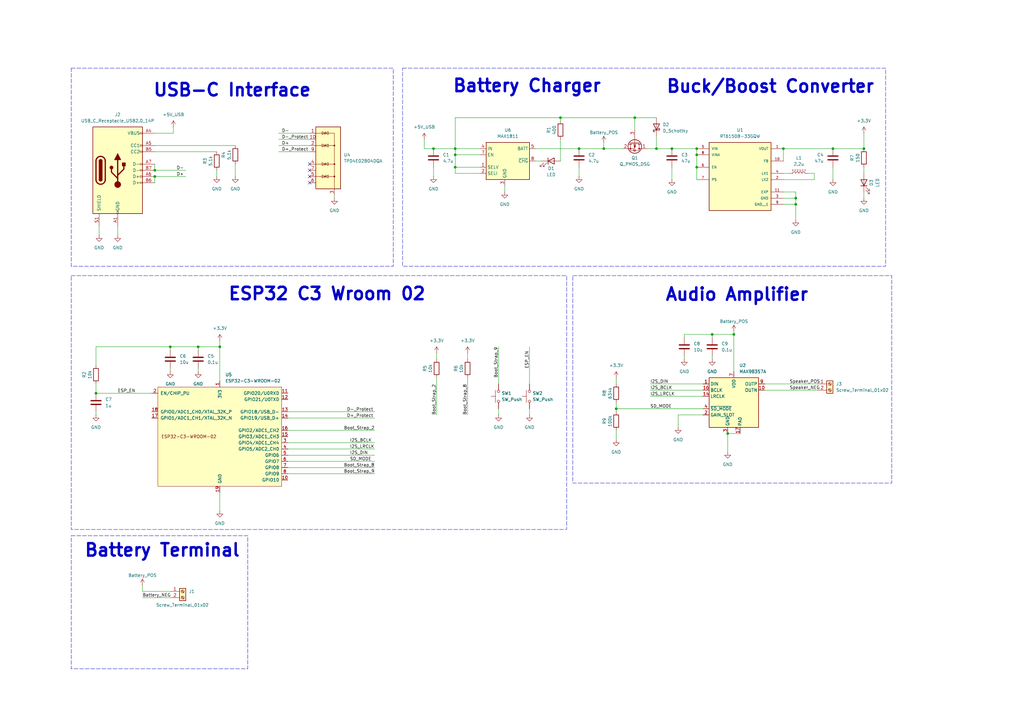
<source format=kicad_sch>
(kicad_sch (version 20231120) (generator "eeschema") (generator_version "8.0")
  (paper "A3")
  (lib_symbols
    (symbol "Audio:MAX98357A"
      (property "Reference" "U" (at -8.89 11.43 0))
      (property "Value" "MAX98357A" (at 10.16 11.43 0))
      (symbol "MAX98357A_1_1"
        (rectangle (start -10.16 10.16) (end 10.16 -10.16) (stroke (width 0.254)) (fill (type background)))
        (pin input line (at -12.7 7.62 0) (length 2.54) (name "DIN") (number "1"))
        (pin output line (at 12.7 5.08 180) (length 2.54) (name "OUTN") (number "10"))
        (pin passive line (at -2.54 -12.7 90) (length 2.54) hide (name "GND") (number "11"))
        (pin no_connect line (at 10.16 -5.08 180) (length 2.54) hide (name "NC") (number "12"))
        (pin no_connect line (at 10.16 -7.62 180) (length 2.54) hide (name "NC") (number "13"))
        (pin input line (at -12.7 2.54 0) (length 2.54) (name "LRCLK") (number "14"))
        (pin passive line (at -2.54 -12.7 90) (length 2.54) hide (name "GND") (number "15"))
        (pin input line (at -12.7 5.08 0) (length 2.54) (name "BCLK") (number "16"))
        (pin unspecified line (at 2.54 -12.7 90) (length 2.54) (name "PAD") (number "17"))
        (pin passive line (at -12.7 -5.08 0) (length 2.54) (name "GAIN_SLOT") (number "2"))
        (pin power_in line (at -2.54 -12.7 90) (length 2.54) (name "GND") (number "3"))
        (pin input line (at -12.7 -2.54 0) (length 2.54) (name "~{SD_MODE}") (number "4"))
        (pin no_connect line (at 10.16 2.54 180) (length 2.54) hide (name "NC") (number "5"))
        (pin no_connect line (at 10.16 0 180) (length 2.54) hide (name "NC") (number "6"))
        (pin power_in line (at 0 12.7 270) (length 2.54) (name "VDD") (number "7"))
        (pin passive line (at 0 12.7 270) (length 2.54) hide (name "VDD") (number "8"))
        (pin output line (at 12.7 7.62 180) (length 2.54) (name "OUTP") (number "9"))
      )
    )
    (symbol "Battery_Management:MAX1811"
      (property "Reference" "U" (at -7.62 8.89 0))
      (property "Value" "MAX1811" (at 10.16 8.89 0))
      (symbol "MAX1811_0_1"
        (rectangle (start -7.62 7.62) (end 10.16 -7.62) (stroke (width 0.254)) (fill (type background)))
      )
      (symbol "MAX1811_1_1"
        (pin input line (at -10.16 -2.54 0) (length 2.54) (name "SELV") (number "1"))
        (pin input line (at -10.16 -5.08 0) (length 2.54) (name "SELI") (number "2"))
        (pin power_in line (at 0 -10.16 90) (length 2.54) (name "GND") (number "3"))
        (pin power_in line (at -10.16 5.08 0) (length 2.54) (name "IN") (number "4"))
        (pin power_out line (at 12.7 5.08 180) (length 2.54) (name "BATT") (number "5"))
        (pin passive line (at 0 -10.16 90) (length 2.54) hide (name "GND") (number "6"))
        (pin input line (at -10.16 2.54 0) (length 2.54) (name "EN") (number "7"))
        (pin open_collector line (at 12.7 0 180) (length 2.54) (name "~{CHG}") (number "8"))
      )
    )
    (symbol "Connector:Screw_Terminal_01x02" (pin_names (offset 1.016) hide)
      (property "Reference" "J" (at 0 2.54 0))
      (property "Value" "Screw_Terminal_01x02" (at 0 -5.08 0))
      (symbol "Screw_Terminal_01x02_1_1"
        (rectangle (start -1.27 1.27) (end 1.27 -3.81) (stroke (width 0.254)) (fill (type background)))
        (circle (center 0 -2.54) (radius 0.635) (stroke (width 0.1524)))
        (polyline (pts (xy -0.5334 -2.2098) (xy 0.3302 -3.048)) (stroke (width 0.1524)))
        (polyline (pts (xy -0.5334 0.3302) (xy 0.3302 -0.508)) (stroke (width 0.1524)))
        (polyline (pts (xy -0.3556 -2.032) (xy 0.508 -2.8702)) (stroke (width 0.1524)))
        (polyline (pts (xy -0.3556 0.508) (xy 0.508 -0.3302)) (stroke (width 0.1524)))
        (circle (center 0 0) (radius 0.635) (stroke (width 0.1524)))
        (pin passive line (at -5.08 0 0) (length 3.81) (name "Pin_1") (number "1"))
        (pin passive line (at -5.08 -2.54 0) (length 3.81) (name "Pin_2") (number "2"))
      )
    )
    (symbol "Connector:USB_C_Receptacle_USB2.0_14P" (pin_names (offset 1.016))
      (property "Reference" "J" (at 0 22.225 0))
      (property "Value" "USB_C_Receptacle_USB2.0_14P" (at 0 19.685 0))
      (symbol "USB_C_Receptacle_USB2.0_14P_0_0"
        (rectangle (start -0.254 -17.78) (end 0.254 -16.764))
        (rectangle (start 10.16 -4.826) (end 9.144 -5.334))
        (rectangle (start 10.16 -2.286) (end 9.144 -2.794))
        (rectangle (start 10.16 0.254) (end 9.144 -0.254))
        (rectangle (start 10.16 2.794) (end 9.144 2.286))
        (rectangle (start 10.16 7.874) (end 9.144 7.366))
        (rectangle (start 10.16 10.414) (end 9.144 9.906))
        (rectangle (start 10.16 15.494) (end 9.144 14.986))
      )
      (symbol "USB_C_Receptacle_USB2.0_14P_0_1"
        (rectangle (start -10.16 17.78) (end 10.16 -17.78) (stroke (width 0.254)) (fill (type background)))
        (arc (start -8.89 -3.81) (mid -6.985 -5.7067) (end -5.08 -3.81) (stroke (width 0.508)))
        (arc (start -7.62 -3.81) (mid -6.985 -4.4423) (end -6.35 -3.81) (stroke (width 0.254)))
        (arc (start -7.62 -3.81) (mid -6.985 -4.4423) (end -6.35 -3.81) (stroke (width 0.254)) (fill (type outline)))
        (rectangle (start -7.62 -3.81) (end -6.35 3.81) (stroke (width 0.254)) (fill (type outline)))
        (arc (start -6.35 3.81) (mid -6.985 4.4423) (end -7.62 3.81) (stroke (width 0.254)))
        (arc (start -6.35 3.81) (mid -6.985 4.4423) (end -7.62 3.81) (stroke (width 0.254)) (fill (type outline)))
        (arc (start -5.08 3.81) (mid -6.985 5.7067) (end -8.89 3.81) (stroke (width 0.508)))
        (circle (center -2.54 1.143) (radius 0.635) (stroke (width 0.254)) (fill (type outline)))
        (circle (center 0 -5.842) (radius 1.27) (fill (type outline)))
        (polyline (pts (xy -8.89 -3.81) (xy -8.89 3.81)) (stroke (width 0.508)))
        (polyline (pts (xy -5.08 3.81) (xy -5.08 -3.81)) (stroke (width 0.508)))
        (polyline (pts (xy 0 -5.842) (xy 0 4.318)) (stroke (width 0.508)))
        (polyline (pts (xy 0 -3.302) (xy -2.54 -0.762) (xy -2.54 0.508)) (stroke (width 0.508)))
        (polyline (pts (xy 0 -2.032) (xy 2.54 0.508) (xy 2.54 1.778)) (stroke (width 0.508)))
        (polyline (pts (xy -1.27 4.318) (xy 0 6.858) (xy 1.27 4.318) (xy -1.27 4.318)) (stroke (width 0.254)) (fill (type outline)))
        (rectangle (start 1.905 1.778) (end 3.175 3.048) (stroke (width 0.254)) (fill (type outline)))
      )
      (symbol "USB_C_Receptacle_USB2.0_14P_1_1"
        (pin passive line (at 0 -22.86 90) (length 5.08) (name "GND") (number "A1"))
        (pin passive line (at 0 -22.86 90) (length 5.08) hide (name "GND") (number "A12"))
        (pin passive line (at 15.24 15.24 180) (length 5.08) (name "VBUS") (number "A4"))
        (pin bidirectional line (at 15.24 10.16 180) (length 5.08) (name "CC1") (number "A5"))
        (pin bidirectional line (at 15.24 -2.54 180) (length 5.08) (name "D+") (number "A6"))
        (pin bidirectional line (at 15.24 2.54 180) (length 5.08) (name "D-") (number "A7"))
        (pin passive line (at 15.24 15.24 180) (length 5.08) hide (name "VBUS") (number "A9"))
        (pin passive line (at 0 -22.86 90) (length 5.08) hide (name "GND") (number "B1"))
        (pin passive line (at 0 -22.86 90) (length 5.08) hide (name "GND") (number "B12"))
        (pin passive line (at 15.24 15.24 180) (length 5.08) hide (name "VBUS") (number "B4"))
        (pin bidirectional line (at 15.24 7.62 180) (length 5.08) (name "CC2") (number "B5"))
        (pin bidirectional line (at 15.24 -5.08 180) (length 5.08) (name "D+") (number "B6"))
        (pin bidirectional line (at 15.24 0 180) (length 5.08) (name "D-") (number "B7"))
        (pin passive line (at 15.24 15.24 180) (length 5.08) hide (name "VBUS") (number "B9"))
        (pin passive line (at -7.62 -22.86 90) (length 5.08) (name "SHIELD") (number "S1"))
      )
    )
    (symbol "Device:C" (pin_numbers hide) (pin_names (offset 0.254))
      (property "Reference" "C" (at 0.635 2.54 0))
      (property "Value" "C" (at 0.635 -2.54 0))
      (symbol "C_0_1"
        (polyline (pts (xy -2.032 -0.762) (xy 2.032 -0.762)) (stroke (width 0.508)))
        (polyline (pts (xy -2.032 0.762) (xy 2.032 0.762)) (stroke (width 0.508)))
      )
      (symbol "C_1_1"
        (pin passive line (at 0 3.81 270) (length 2.794) (name "~") (number "1"))
        (pin passive line (at 0 -3.81 90) (length 2.794) (name "~") (number "2"))
      )
    )
    (symbol "Device:D_Schottky" (pin_numbers hide) (pin_names (offset 1.016) hide)
      (property "Reference" "D" (at 0 2.54 0))
      (property "Value" "D_Schottky" (at 0 -2.54 0))
      (symbol "D_Schottky_0_1"
        (polyline (pts (xy 1.27 0) (xy -1.27 0)))
        (polyline (pts (xy 1.27 1.27) (xy 1.27 -1.27) (xy -1.27 0) (xy 1.27 1.27)) (stroke (width 0.254)))
        (polyline (pts (xy -1.905 0.635) (xy -1.905 1.27) (xy -1.27 1.27) (xy -1.27 -1.27) (xy -0.635 -1.27) (xy -0.635 -0.635)) (stroke (width 0.254)))
      )
      (symbol "D_Schottky_1_1"
        (pin passive line (at -3.81 0 0) (length 2.54) (name "K") (number "1"))
        (pin passive line (at 3.81 0 180) (length 2.54) (name "A") (number "2"))
      )
    )
    (symbol "Device:LED" (pin_numbers hide) (pin_names (offset 1.016) hide)
      (property "Reference" "D" (at 0 2.54 0))
      (property "Value" "LED" (at 0 -2.54 0))
      (symbol "LED_0_1"
        (polyline (pts (xy -1.27 -1.27) (xy -1.27 1.27)) (stroke (width 0.254)))
        (polyline (pts (xy -1.27 0) (xy 1.27 0)))
        (polyline (pts (xy 1.27 -1.27) (xy 1.27 1.27) (xy -1.27 0) (xy 1.27 -1.27)) (stroke (width 0.254)))
        (polyline (pts (xy -3.048 -0.762) (xy -4.572 -2.286) (xy -3.81 -2.286) (xy -4.572 -2.286) (xy -4.572 -1.524)))
        (polyline (pts (xy -1.778 -0.762) (xy -3.302 -2.286) (xy -2.54 -2.286) (xy -3.302 -2.286) (xy -3.302 -1.524)))
      )
      (symbol "LED_1_1"
        (pin passive line (at -3.81 0 0) (length 2.54) (name "K") (number "1"))
        (pin passive line (at 3.81 0 180) (length 2.54) (name "A") (number "2"))
      )
    )
    (symbol "Device:L_Ferrite" (pin_numbers hide) (pin_names (offset 1.016) hide)
      (property "Reference" "L" (at -1.27 0 90))
      (property "Value" "L_Ferrite" (at 2.794 0 90))
      (symbol "L_Ferrite_0_1"
        (arc (start 0 -2.54) (mid 0.6323 -1.905) (end 0 -1.27))
        (arc (start 0 -1.27) (mid 0.6323 -0.635) (end 0 0))
        (polyline (pts (xy 1.016 -2.794) (xy 1.016 -2.286)))
        (polyline (pts (xy 1.016 -1.778) (xy 1.016 -1.27)))
        (polyline (pts (xy 1.016 -0.762) (xy 1.016 -0.254)))
        (polyline (pts (xy 1.016 0.254) (xy 1.016 0.762)))
        (polyline (pts (xy 1.016 1.27) (xy 1.016 1.778)))
        (polyline (pts (xy 1.016 2.286) (xy 1.016 2.794)))
        (polyline (pts (xy 1.524 -2.286) (xy 1.524 -2.794)))
        (polyline (pts (xy 1.524 -1.27) (xy 1.524 -1.778)))
        (polyline (pts (xy 1.524 -0.254) (xy 1.524 -0.762)))
        (polyline (pts (xy 1.524 0.762) (xy 1.524 0.254)))
        (polyline (pts (xy 1.524 1.778) (xy 1.524 1.27)))
        (polyline (pts (xy 1.524 2.794) (xy 1.524 2.286)))
        (arc (start 0 0) (mid 0.6323 0.635) (end 0 1.27))
        (arc (start 0 1.27) (mid 0.6323 1.905) (end 0 2.54))
      )
      (symbol "L_Ferrite_1_1"
        (pin passive line (at 0 3.81 270) (length 1.27) (name "1") (number "1"))
        (pin passive line (at 0 -3.81 90) (length 1.27) (name "2") (number "2"))
      )
    )
    (symbol "Device:Q_PMOS_DSG" (pin_names (offset 0) hide)
      (property "Reference" "Q" (at 5.08 1.27 0))
      (property "Value" "Q_PMOS_DSG" (at 5.08 -1.27 0))
      (symbol "Q_PMOS_DSG_0_1"
        (polyline (pts (xy 0.254 0) (xy -2.54 0)))
        (polyline (pts (xy 0.254 1.905) (xy 0.254 -1.905)) (stroke (width 0.254)))
        (polyline (pts (xy 0.762 -1.27) (xy 0.762 -2.286)) (stroke (width 0.254)))
        (polyline (pts (xy 0.762 0.508) (xy 0.762 -0.508)) (stroke (width 0.254)))
        (polyline (pts (xy 0.762 2.286) (xy 0.762 1.27)) (stroke (width 0.254)))
        (polyline (pts (xy 2.54 2.54) (xy 2.54 1.778)))
        (polyline (pts (xy 2.54 -2.54) (xy 2.54 0) (xy 0.762 0)))
        (polyline (pts (xy 0.762 1.778) (xy 3.302 1.778) (xy 3.302 -1.778) (xy 0.762 -1.778)))
        (polyline (pts (xy 2.286 0) (xy 1.27 0.381) (xy 1.27 -0.381) (xy 2.286 0)) (fill (type outline)))
        (polyline (pts (xy 2.794 -0.508) (xy 2.921 -0.381) (xy 3.683 -0.381) (xy 3.81 -0.254)))
        (polyline (pts (xy 3.302 -0.381) (xy 2.921 0.254) (xy 3.683 0.254) (xy 3.302 -0.381)))
        (circle (center 1.651 0) (radius 2.794) (stroke (width 0.254)))
        (circle (center 2.54 -1.778) (radius 0.254) (fill (type outline)))
        (circle (center 2.54 1.778) (radius 0.254) (fill (type outline)))
      )
      (symbol "Q_PMOS_DSG_1_1"
        (pin passive line (at 2.54 5.08 270) (length 2.54) (name "D") (number "1"))
        (pin passive line (at 2.54 -5.08 90) (length 2.54) (name "S") (number "2"))
        (pin input line (at -5.08 0 0) (length 2.54) (name "G") (number "3"))
      )
    )
    (symbol "Device:R" (pin_numbers hide) (pin_names (offset 0))
      (property "Reference" "R" (at 2.032 0 90))
      (property "Value" "R" (at 0 0 90))
      (symbol "R_0_1"
        (rectangle (start -1.016 -2.54) (end 1.016 2.54) (stroke (width 0.254)))
      )
      (symbol "R_1_1"
        (pin passive line (at 0 3.81 270) (length 1.27) (name "~") (number "1"))
        (pin passive line (at 0 -3.81 90) (length 1.27) (name "~") (number "2"))
      )
    )
    (symbol "PCM_Espressif:ESP32-C3-WROOM-02" (pin_names (offset 1.016))
      (property "Reference" "U" (at -25.4 25.4 0))
      (property "Value" "ESP32-C3-WROOM-02" (at -25.4 22.86 0))
      (symbol "ESP32-C3-WROOM-02_0_0"
        (text "ESP32-C3-WROOM-02" (at -12.7 0 0) (effects (font (size 1.27 1.27))))
      )
      (symbol "ESP32-C3-WROOM-02_0_1"
        (rectangle (start 25.4 20.32) (end -25.4 -20.32) (fill (type background)))
      )
      (symbol "ESP32-C3-WROOM-02_1_1"
        (pin power_in line (at 0 22.86 270) (length 2.54) (name "3V3") (number "1"))
        (pin bidirectional line (at 27.94 -17.78 180) (length 2.54) (name "GPIO10") (number "10"))
        (pin bidirectional line (at 27.94 17.78 180) (length 2.54) (name "GPIO20/U0RXD") (number "11"))
        (pin bidirectional line (at 27.94 15.24 180) (length 2.54) (name "GPIO21/U0TXD") (number "12"))
        (pin bidirectional line (at 27.94 10.16 180) (length 2.54) (name "GPIO18/USB_D-") (number "13"))
        (pin bidirectional line (at 27.94 7.62 180) (length 2.54) (name "GPIO19/USB_D+") (number "14"))
        (pin bidirectional line (at 27.94 0 180) (length 2.54) (name "GPIO3/ADC1_CH3") (number "15"))
        (pin bidirectional line (at 27.94 2.54 180) (length 2.54) (name "GPIO2/ADC1_CH2") (number "16"))
        (pin bidirectional line (at -27.94 7.62 0) (length 2.54) (name "GPIO1/ADC1_CH1/XTAL_32K_N") (number "17"))
        (pin bidirectional line (at -27.94 10.16 0) (length 2.54) (name "GPIO0/ADC1_CH0/XTAL_32K_P") (number "18"))
        (pin power_in line (at 0 -22.86 90) (length 2.54) (name "GND") (number "19"))
        (pin input line (at -27.94 17.78 0) (length 2.54) (name "EN/CHIP_PU") (number "2"))
        (pin bidirectional line (at 27.94 -2.54 180) (length 2.54) (name "GPIO4/ADC1_CH4") (number "3"))
        (pin bidirectional line (at 27.94 -5.08 180) (length 2.54) (name "GPIO5/ADC2_CH0") (number "4"))
        (pin bidirectional line (at 27.94 -7.62 180) (length 2.54) (name "GPIO6") (number "5"))
        (pin bidirectional line (at 27.94 -10.16 180) (length 2.54) (name "GPIO7") (number "6"))
        (pin bidirectional line (at 27.94 -12.7 180) (length 2.54) (name "GPIO8") (number "7"))
        (pin bidirectional line (at 27.94 -15.24 180) (length 2.54) (name "GPIO9") (number "8"))
        (pin passive line (at 0 -22.86 90) (length 2.54) hide (name "GND") (number "9"))
      )
    )
    (symbol "Power_Protection:TPD4E02B04DQA" (pin_names hide)
      (property "Reference" "U" (at 2.54 -11.43 0))
      (property "Value" "TPD4E02B04DQA" (at 7.62 1.905 0))
      (symbol "TPD4E02B04DQA_0_0"
        (pin passive line (at 2.54 -15.24 90) (length 2.54) (name "G") (number "3"))
      )
      (symbol "TPD4E02B04DQA_0_1"
        (rectangle (start -5.08 12.7) (end 5.08 -12.7) (stroke (width 0.254)) (fill (type background)))
        (polyline (pts (xy -5.08 -7.62) (xy 2.54 -7.62)))
        (polyline (pts (xy -5.08 -2.54) (xy 2.54 -2.54)))
        (polyline (pts (xy -5.08 5.08) (xy 2.54 5.08)))
        (polyline (pts (xy -5.08 10.16) (xy 2.54 10.16)))
        (polyline (pts (xy 2.54 10.16) (xy 2.54 -12.7)) (stroke (width 0.1524)))
        (polyline (pts (xy -1.27 -7.62) (xy 0 -8.255) (xy 0 -6.985) (xy -1.27 -7.62)))
        (polyline (pts (xy -1.27 -2.54) (xy 0 -3.175) (xy 0 -1.905) (xy -1.27 -2.54)))
        (polyline (pts (xy -1.27 5.08) (xy 0 4.445) (xy 0 5.715) (xy -1.27 5.08)))
        (polyline (pts (xy -1.27 10.16) (xy 0 9.525) (xy 0 10.795) (xy -1.27 10.16)))
        (circle (center 2.54 -7.62) (radius 0.254) (fill (type outline)))
        (circle (center 2.54 -2.54) (radius 0.254) (fill (type outline)))
        (circle (center 2.54 5.08) (radius 0.254) (fill (type outline)))
      )
      (symbol "TPD4E02B04DQA_1_1"
        (polyline (pts (xy -1.524 -8.255) (xy -1.27 -8.001) (xy -1.27 -7.239) (xy -1.016 -6.985)))
        (polyline (pts (xy -1.524 -3.175) (xy -1.27 -2.921) (xy -1.27 -2.159) (xy -1.016 -1.905)))
        (polyline (pts (xy -1.524 4.445) (xy -1.27 4.699) (xy -1.27 5.461) (xy -1.016 5.715)))
        (polyline (pts (xy -1.524 9.525) (xy -1.27 9.779) (xy -1.27 10.541) (xy -1.016 10.795)))
        (polyline (pts (xy -1.27 -7.62) (xy -2.54 -8.255) (xy -2.54 -6.985) (xy -1.27 -7.62)))
        (polyline (pts (xy -1.27 -2.54) (xy -2.54 -3.175) (xy -2.54 -1.905) (xy -1.27 -2.54)))
        (polyline (pts (xy -1.27 5.08) (xy -2.54 4.445) (xy -2.54 5.715) (xy -1.27 5.08)))
        (polyline (pts (xy -1.27 10.16) (xy -2.54 9.525) (xy -2.54 10.795) (xy -1.27 10.16)))
        (pin passive line (at -7.62 10.16 0) (length 2.54) (name "IO1") (number "1"))
        (pin free line (at -7.62 7.62 0) (length 2.54) (name "NC") (number "10"))
        (pin passive line (at -7.62 5.08 0) (length 2.54) (name "IO2") (number "2"))
        (pin passive line (at -7.62 -2.54 0) (length 2.54) (name "IO3") (number "4"))
        (pin passive line (at -7.62 -7.62 0) (length 2.54) (name "IO4") (number "5"))
        (pin free line (at -7.62 -10.16 0) (length 2.54) (name "NC") (number "6"))
        (pin free line (at -7.62 -5.08 0) (length 2.54) (name "NC") (number "7"))
        (pin passive line (at 2.54 -15.24 90) (length 2.54) hide (name "G") (number "8"))
        (pin free line (at -7.62 2.54 0) (length 2.54) (name "NC") (number "9"))
      )
    )
    (symbol "RT6150B-33GQW:RT6150B-33GQW" (pin_names (offset 1.016))
      (property "Reference" "U" (at -12.7 13.208 0))
      (property "Value" "RT6150B-33GQW" (at -12.7 -17.78 0))
      (symbol "RT6150B-33GQW_0_0"
        (rectangle (start -12.7 -15.24) (end 12.7 12.7) (stroke (width 0.254)) (fill (type background)))
        (pin output line (at 17.78 10.16 180) (length 5.08) (name "VOUT") (number "1"))
        (pin input line (at 17.78 5.08 180) (length 5.08) (name "FB") (number "10"))
        (pin power_in line (at 17.78 -7.62 180) (length 5.08) (name "EXP") (number "11"))
        (pin passive line (at 17.78 -2.54 180) (length 5.08) (name "LX2") (number "2"))
        (pin power_in line (at 17.78 -10.16 180) (length 5.08) (name "GND") (number "3"))
        (pin passive line (at 17.78 0 180) (length 5.08) (name "LX1") (number "4"))
        (pin input line (at -17.78 10.16 0) (length 5.08) (name "VIN") (number "5"))
        (pin input line (at -17.78 2.54 0) (length 5.08) (name "EN") (number "6"))
        (pin input line (at -17.78 -2.54 0) (length 5.08) (name "PS") (number "7"))
        (pin input line (at -17.78 7.62 0) (length 5.08) (name "VINA") (number "8"))
        (pin power_in line (at 17.78 -12.7 180) (length 5.08) (name "GND__1") (number "9"))
      )
    )
    (symbol "Switch:SW_Push" (pin_numbers hide) (pin_names (offset 1.016) hide)
      (property "Reference" "SW" (at 1.27 2.54 0))
      (property "Value" "SW_Push" (at 0 -1.524 0))
      (symbol "SW_Push_0_1"
        (circle (center -2.032 0) (radius 0.508))
        (polyline (pts (xy 0 1.27) (xy 0 3.048)))
        (polyline (pts (xy 2.54 1.27) (xy -2.54 1.27)))
        (circle (center 2.032 0) (radius 0.508))
        (pin passive line (at -5.08 0 0) (length 2.54) (name "1") (number "1"))
        (pin passive line (at 5.08 0 180) (length 2.54) (name "2") (number "2"))
      )
    )
    (symbol "power:+3.3V" (power) (pin_numbers hide) (pin_names (offset 0) hide)
      (property "Value" "+3.3V" (at 0 3.556 0))
      (symbol "+3.3V_0_1"
        (polyline (pts (xy -0.762 1.27) (xy 0 2.54)))
        (polyline (pts (xy 0 0) (xy 0 2.54)))
        (polyline (pts (xy 0 2.54) (xy 0.762 1.27)))
      )
      (symbol "+3.3V_1_1"
        (pin power_in line (at 0 0 90) (length 0) (name "~") (number "1"))
      )
    )
    (symbol "power:+3V8" (power) (pin_numbers hide) (pin_names (offset 0) hide)
      (property "Value" "+3V8" (at 0 3.556 0))
      (symbol "+3V8_0_1"
        (polyline (pts (xy -0.762 1.27) (xy 0 2.54)))
        (polyline (pts (xy 0 0) (xy 0 2.54)))
        (polyline (pts (xy 0 2.54) (xy 0.762 1.27)))
      )
      (symbol "+3V8_1_1"
        (pin power_in line (at 0 0 90) (length 0) (name "~") (number "1"))
      )
    )
    (symbol "power:+5V" (power) (pin_numbers hide) (pin_names (offset 0) hide)
      (property "Value" "+5V" (at 0 3.556 0))
      (symbol "+5V_0_1"
        (polyline (pts (xy -0.762 1.27) (xy 0 2.54)))
        (polyline (pts (xy 0 0) (xy 0 2.54)))
        (polyline (pts (xy 0 2.54) (xy 0.762 1.27)))
      )
      (symbol "+5V_1_1"
        (pin power_in line (at 0 0 90) (length 0) (name "~") (number "1"))
      )
    )
    (symbol "power:GND" (power) (pin_numbers hide) (pin_names (offset 0) hide)
      (property "Value" "GND" (at 0 -3.81 0))
      (symbol "GND_0_1"
        (polyline (pts (xy 0 0) (xy 0 -1.27) (xy 1.27 -1.27) (xy 0 -2.54) (xy -1.27 -1.27) (xy 0 -1.27)))
      )
      (symbol "GND_1_1"
        (pin power_in line (at 0 0 270) (length 0) (name "~") (number "1"))
      )
    )
  )
  (junction (at 285.75 63.5))
  (junction (at 285.75 68.58))
  (junction (at 39.37 161.29))
  (junction (at 252.73 167.64))
  (junction (at 90.17 142.24))
  (junction (at 292.1 137.16))
  (junction (at 229.87 48.26))
  (junction (at 298.45 177.8))
  (junction (at 186.69 63.5))
  (junction (at 81.28 142.24))
  (junction (at 269.24 60.96))
  (junction (at 186.69 60.96))
  (junction (at 63.5 72.39))
  (junction (at 186.69 68.58))
  (junction (at 300.99 137.16))
  (junction (at 321.31 60.96))
  (junction (at 326.39 83.82))
  (junction (at 275.59 60.96))
  (junction (at 260.35 48.26))
  (junction (at 326.39 81.28))
  (junction (at 354.33 60.96))
  (junction (at 285.75 60.96))
  (junction (at 247.65 60.96))
  (junction (at 177.8 60.96))
  (junction (at 237.49 60.96))
  (junction (at 63.5 69.85))
  (junction (at 341.63 60.96))
  (junction (at 69.85 142.24))
  (no_connect (at 127 67.31))
  (no_connect (at 127 74.93))
  (no_connect (at 127 72.39))
  (no_connect (at 127 69.85))
  (wire (pts (xy 191.77 144.78) (xy 191.77 147.32)))
  (wire (pts (xy 285.75 68.58) (xy 285.75 73.66)))
  (wire (pts (xy 265.43 60.96) (xy 269.24 60.96)))
  (wire (pts (xy 269.24 60.96) (xy 275.59 60.96)))
  (wire (pts (xy 81.28 151.13) (xy 81.28 152.4)))
  (wire (pts (xy 191.77 154.94) (xy 191.77 170.18)))
  (wire (pts (xy 63.5 72.39) (xy 63.5 74.93)))
  (wire (pts (xy 69.85 142.24) (xy 39.37 142.24)))
  (wire (pts (xy 252.73 176.53) (xy 252.73 180.34)))
  (wire (pts (xy 275.59 60.96) (xy 285.75 60.96)))
  (wire (pts (xy 39.37 157.48) (xy 39.37 161.29)))
  (wire (pts (xy 118.11 171.45) (xy 153.67 171.45)))
  (wire (pts (xy 114.3 59.69) (xy 127 59.69)))
  (wire (pts (xy 298.45 177.8) (xy 298.45 185.42)))
  (wire (pts (xy 58.42 245.11) (xy 69.85 245.11)))
  (wire (pts (xy 90.17 142.24) (xy 90.17 156.21)))
  (wire (pts (xy 81.28 142.24) (xy 81.28 143.51)))
  (wire (pts (xy 114.3 57.15) (xy 127 57.15)))
  (wire (pts (xy 354.33 78.74) (xy 354.33 81.28)))
  (wire (pts (xy 275.59 68.58) (xy 275.59 73.66)))
  (wire (pts (xy 173.99 60.96) (xy 173.99 57.15)))
  (wire (pts (xy 39.37 168.91) (xy 39.37 170.18)))
  (wire (pts (xy 58.42 240.03) (xy 58.42 242.57)))
  (wire (pts (xy 63.5 69.85) (xy 76.2 69.85)))
  (wire (pts (xy 48.26 92.71) (xy 48.26 96.52)))
  (wire (pts (xy 118.11 176.53) (xy 153.67 176.53)))
  (wire (pts (xy 313.69 160.02) (xy 335.28 160.02)))
  (wire (pts (xy 278.13 170.18) (xy 278.13 175.26)))
  (wire (pts (xy 186.69 68.58) (xy 196.85 68.58)))
  (wire (pts (xy 252.73 154.94) (xy 252.73 157.48)))
  (wire (pts (xy 118.11 168.91) (xy 153.67 168.91)))
  (wire (pts (xy 88.9 69.85) (xy 88.9 72.39)))
  (wire (pts (xy 331.47 71.12) (xy 334.01 71.12)))
  (wire (pts (xy 237.49 68.58) (xy 237.49 72.39)))
  (wire (pts (xy 247.65 58.42) (xy 247.65 60.96)))
  (wire (pts (xy 321.31 60.96) (xy 321.31 66.04)))
  (wire (pts (xy 217.17 167.64) (xy 217.17 170.18)))
  (wire (pts (xy 63.5 62.23) (xy 88.9 62.23)))
  (wire (pts (xy 177.8 60.96) (xy 186.69 60.96)))
  (wire (pts (xy 260.35 48.26) (xy 269.24 48.26)))
  (wire (pts (xy 298.45 177.8) (xy 303.53 177.8)))
  (wire (pts (xy 118.11 186.69) (xy 153.67 186.69)))
  (wire (pts (xy 300.99 135.89) (xy 300.99 137.16)))
  (wire (pts (xy 69.85 142.24) (xy 69.85 143.51)))
  (wire (pts (xy 40.64 92.71) (xy 40.64 96.52)))
  (wire (pts (xy 237.49 60.96) (xy 247.65 60.96)))
  (wire (pts (xy 39.37 161.29) (xy 62.23 161.29)))
  (wire (pts (xy 196.85 60.96) (xy 186.69 60.96)))
  (wire (pts (xy 321.31 83.82) (xy 326.39 83.82)))
  (wire (pts (xy 321.31 81.28) (xy 326.39 81.28)))
  (wire (pts (xy 313.69 157.48) (xy 335.28 157.48)))
  (wire (pts (xy 179.07 144.78) (xy 179.07 147.32)))
  (wire (pts (xy 207.01 76.2) (xy 207.01 78.74)))
  (wire (pts (xy 354.33 54.61) (xy 354.33 60.96)))
  (wire (pts (xy 229.87 48.26) (xy 260.35 48.26)))
  (wire (pts (xy 179.07 154.94) (xy 179.07 170.18)))
  (wire (pts (xy 260.35 48.26) (xy 260.35 53.34)))
  (wire (pts (xy 341.63 68.58) (xy 341.63 73.66)))
  (wire (pts (xy 341.63 60.96) (xy 354.33 60.96)))
  (wire (pts (xy 219.71 66.04) (xy 222.25 66.04)))
  (wire (pts (xy 58.42 242.57) (xy 69.85 242.57)))
  (wire (pts (xy 69.85 151.13) (xy 69.85 152.4)))
  (wire (pts (xy 326.39 78.74) (xy 326.39 81.28)))
  (wire (pts (xy 118.11 194.31) (xy 153.67 194.31)))
  (wire (pts (xy 321.31 60.96) (xy 341.63 60.96)))
  (wire (pts (xy 288.29 170.18) (xy 278.13 170.18)))
  (wire (pts (xy 269.24 55.88) (xy 269.24 60.96)))
  (wire (pts (xy 219.71 60.96) (xy 237.49 60.96)))
  (wire (pts (xy 229.87 49.53) (xy 229.87 48.26)))
  (wire (pts (xy 321.31 78.74) (xy 326.39 78.74)))
  (wire (pts (xy 292.1 137.16) (xy 292.1 138.43)))
  (wire (pts (xy 321.31 71.12) (xy 323.85 71.12)))
  (wire (pts (xy 354.33 68.58) (xy 354.33 71.12)))
  (wire (pts (xy 186.69 68.58) (xy 186.69 63.5)))
  (wire (pts (xy 71.12 54.61) (xy 71.12 52.07)))
  (wire (pts (xy 204.47 142.24) (xy 204.47 157.48)))
  (wire (pts (xy 96.52 67.31) (xy 96.52 72.39)))
  (wire (pts (xy 137.16 80.01) (xy 137.16 81.28)))
  (wire (pts (xy 90.17 139.7) (xy 90.17 142.24)))
  (wire (pts (xy 63.5 67.31) (xy 63.5 69.85)))
  (wire (pts (xy 292.1 146.05) (xy 292.1 147.32)))
  (wire (pts (xy 186.69 63.5) (xy 186.69 60.96)))
  (wire (pts (xy 252.73 165.1) (xy 252.73 167.64)))
  (wire (pts (xy 204.47 167.64) (xy 204.47 170.18)))
  (wire (pts (xy 114.3 62.23) (xy 127 62.23)))
  (wire (pts (xy 118.11 189.23) (xy 153.67 189.23)))
  (wire (pts (xy 292.1 137.16) (xy 280.67 137.16)))
  (wire (pts (xy 326.39 83.82) (xy 326.39 90.17)))
  (wire (pts (xy 266.7 160.02) (xy 288.29 160.02)))
  (wire (pts (xy 63.5 54.61) (xy 71.12 54.61)))
  (wire (pts (xy 252.73 167.64) (xy 252.73 168.91)))
  (wire (pts (xy 39.37 142.24) (xy 39.37 149.86)))
  (wire (pts (xy 196.85 63.5) (xy 186.69 63.5)))
  (wire (pts (xy 300.99 137.16) (xy 300.99 152.4)))
  (wire (pts (xy 118.11 184.15) (xy 153.67 184.15)))
  (wire (pts (xy 229.87 66.04) (xy 229.87 57.15)))
  (wire (pts (xy 334.01 73.66) (xy 321.31 73.66)))
  (wire (pts (xy 90.17 142.24) (xy 81.28 142.24)))
  (wire (pts (xy 90.17 201.93) (xy 90.17 209.55)))
  (wire (pts (xy 292.1 137.16) (xy 300.99 137.16)))
  (wire (pts (xy 173.99 60.96) (xy 177.8 60.96)))
  (wire (pts (xy 217.17 142.24) (xy 217.17 157.48)))
  (wire (pts (xy 118.11 181.61) (xy 153.67 181.61)))
  (wire (pts (xy 186.69 48.26) (xy 186.69 60.96)))
  (wire (pts (xy 334.01 71.12) (xy 334.01 73.66)))
  (wire (pts (xy 229.87 48.26) (xy 186.69 48.26)))
  (wire (pts (xy 247.65 60.96) (xy 255.27 60.96)))
  (wire (pts (xy 118.11 191.77) (xy 153.67 191.77)))
  (wire (pts (xy 63.5 59.69) (xy 96.52 59.69)))
  (wire (pts (xy 114.3 54.61) (xy 127 54.61)))
  (wire (pts (xy 280.67 146.05) (xy 280.67 147.32)))
  (wire (pts (xy 196.85 71.12) (xy 186.69 71.12)))
  (wire (pts (xy 280.67 137.16) (xy 280.67 138.43)))
  (wire (pts (xy 285.75 63.5) (xy 285.75 68.58)))
  (wire (pts (xy 186.69 71.12) (xy 186.69 68.58)))
  (wire (pts (xy 326.39 81.28) (xy 326.39 83.82)))
  (wire (pts (xy 285.75 60.96) (xy 285.75 63.5)))
  (wire (pts (xy 63.5 72.39) (xy 76.2 72.39)))
  (wire (pts (xy 81.28 142.24) (xy 69.85 142.24)))
  (wire (pts (xy 252.73 167.64) (xy 288.29 167.64)))
  (wire (pts (xy 266.7 157.48) (xy 288.29 157.48)))
  (wire (pts (xy 266.7 162.56) (xy 288.29 162.56)))
  (wire (pts (xy 177.8 68.58) (xy 177.8 72.39)))
  (rectangle (start 165.1 27.94) (end 363.22 109.22) (stroke (width 0) (type dash)))
  (rectangle (start 234.95 113.03) (end 365.76 198.12) (stroke (width 0) (type dash)))
  (rectangle (start 29.21 27.94) (end 161.29 109.22) (stroke (width 0) (type dash)))
  (rectangle (start 29.21 219.71) (end 101.6 274.32) (stroke (width 0) (type dash)))
  (rectangle (start 29.21 113.03) (end 232.41 217.17) (stroke (width 0) (type dash)))
  (text "USB-C Interface" (at 95.25 37.084 0) (effects (font (size 5.08 5.08) (thickness 1.016) (bold yes))))
  (text "ESP32 C3 Wroom 02" (at 134.112 120.65 0) (effects (font (size 5.08 5.08) (thickness 1.016) (bold yes))))
  (text "Battery Terminal" (at 66.548 225.806 0) (effects (font (size 5.08 5.08) (thickness 1.016) (bold yes))))
  (text "Buck/Boost Converter" (at 315.976 35.56 0) (effects (font (size 5.08 5.08) (thickness 1.016) (bold yes))))
  (text "Audio Amplifier" (at 302.26 120.904 0) (effects (font (size 5.08 5.08) (thickness 1.016) (bold yes))))
  (text "Battery Charger" (at 216.154 35.306 0) (effects (font (size 5.08 5.08) (thickness 1.016) (bold yes))))
  (label "I2S_DIN" (at 143.51 186.69 0))
  (label "D-_Protect" (at 115.57 57.15 0))
  (label "Boot_Strap_8" (at 140.97 191.77 0))
  (label "D+_Protect" (at 142.24 171.45 0))
  (label "Boot_Strap_2" (at 179.07 170.18 90))
  (label "SD_MODE" (at 143.51 189.23 0))
  (label "SD_MODE" (at 266.7 167.64 0))
  (label "Battery_NEG" (at 58.42 245.11 0))
  (label "D-_Protect" (at 142.24 168.91 0))
  (label "I2S_BCLK" (at 143.51 181.61 0))
  (label "Boot_Strap_9" (at 140.97 194.31 0))
  (label "D+_Protect" (at 115.57 62.23 0))
  (label "ESP_EN" (at 217.17 151.13 90))
  (label "Boot_Strap_9" (at 204.47 154.94 90))
  (label "Boot_Strap_8" (at 191.77 170.18 90))
  (label "I2S_DIN" (at 266.7 157.48 0))
  (label "D-" (at 115.57 54.61 0))
  (label "ESP_EN" (at 48.26 161.29 0))
  (label "Speaker_POS" (at 323.85 157.48 0))
  (label "I2S_BCLK" (at 266.7 160.02 0))
  (label "D-" (at 72.39 69.85 0))
  (label "Speaker_NEG" (at 323.85 160.02 0))
  (label "D+" (at 115.57 59.69 0))
  (label "D+" (at 72.39 72.39 0))
  (label "I2S_LRCLK" (at 143.51 184.15 0))
  (label "I2S_LRCLK" (at 266.7 162.56 0))
  (label "Boot_Strap_2" (at 140.97 176.53 0))
  (symbol (lib_id "power:+3.3V") (at 354.33 54.61 0) (unit 1)
    (property "Reference" "#PWR014" (effects (hide yes)))
    (property "Value" "+3.3V" (at 354.33 49.53 0))
    (property "Description" "Power symbol creates a global label with name \"+3.3V\"" (effects (hide yes)))
  )
  (symbol (lib_id "Device:C") (at 280.67 142.24 0) (unit 1)
    (property "Reference" "C8" (at 284.48 140.9699 0) (effects (justify left)))
    (property "Value" "10u" (at 284.48 143.5099 0) (effects (justify left)))
    (property "Footprint" "Capacitor_SMD:C_0603_1608Metric_Pad1.08x0.95mm_HandSolder" (effects (hide yes)))
    (property "Description" "Unpolarized capacitor" (effects (hide yes)))
  )
  (symbol (lib_id "Device:C") (at 341.63 64.77 0) (mirror y) (unit 1)
    (property "Reference" "C4" (at 337.82 63.4999 0) (effects (justify left)))
    (property "Value" "47u" (at 337.82 66.0399 0) (effects (justify left)))
    (property "Footprint" "Capacitor_SMD:C_0603_1608Metric_Pad1.08x0.95mm_HandSolder" (effects (hide yes)))
    (property "Description" "Unpolarized capacitor" (effects (hide yes)))
  )
  (symbol (lib_id "Battery_Management:MAX1811") (at 207.01 66.04 0) (unit 1)
    (property "Reference" "U6" (at 208.28 53.34 0))
    (property "Value" "MAX1811" (at 208.28 55.88 0))
    (property "Footprint" "Package_SO:SOIC-8_3.9x4.9mm_P1.27mm" (effects (hide yes)))
    (property "Datasheet" "https://datasheets.maximintegrated.com/en/ds/MAX1811.pdf" (effects (hide yes)))
    (property "Description" "USB Powered Li+ Charger, 4.1V/4.2V battery, 5V input, 0.1/0.5A charging current" (effects (hide yes)))
  )
  (symbol (lib_id "power:GND") (at 292.1 147.32 0) (unit 1)
    (property "Reference" "#PWR029" (effects (hide yes)))
    (property "Value" "GND" (at 292.1 152.4 0))
    (property "Description" "Power symbol creates a global label with name \"GND\" , ground" (effects (hide yes)))
  )
  (symbol (lib_id "power:GND") (at 177.8 72.39 0) (unit 1)
    (property "Reference" "#PWR03" (effects (hide yes)))
    (property "Value" "GND" (at 177.8 77.47 0))
    (property "Description" "Power symbol creates a global label with name \"GND\" , ground" (effects (hide yes)))
  )
  (symbol (lib_id "power:GND") (at 207.01 78.74 0) (unit 1)
    (property "Reference" "#PWR02" (effects (hide yes)))
    (property "Value" "GND" (at 207.01 83.82 0))
    (property "Description" "Power symbol creates a global label with name \"GND\" , ground" (effects (hide yes)))
  )
  (symbol (lib_id "Power_Protection:TPD4E02B04DQA") (at 134.62 64.77 0) (unit 1)
    (property "Reference" "U4" (at 140.97 63.4999 0) (effects (justify left)))
    (property "Value" "TPD4E02B04DQA" (at 140.97 66.0399 0) (effects (justify left)))
    (property "Footprint" "Package_SON:USON-10_2.5x1.0mm_P0.5mm" (effects (hide yes)))
    (property "Datasheet" "http://www.ti.com/lit/ds/symlink/tpd4e02b04.pdf" (effects (hide yes)))
    (property "Description" "4-Channel ESD Protection Diode for USB Type-C and HDMI 2.0, USON-10" (effects (hide yes)))
  )
  (symbol (lib_id "power:GND") (at 275.59 73.66 0) (unit 1)
    (property "Reference" "#PWR05" (effects (hide yes)))
    (property "Value" "GND" (at 275.59 78.74 0))
    (property "Description" "Power symbol creates a global label with name \"GND\" , ground" (effects (hide yes)))
  )
  (symbol (lib_id "Device:L_Ferrite") (at 327.66 71.12 90) (unit 1)
    (property "Reference" "L1" (at 327.66 64.77 90))
    (property "Value" "2.2u" (at 327.66 67.31 90))
    (property "Footprint" "Inductor_SMD:L_0805_2012Metric_Pad1.05x1.20mm_HandSolder" (effects (hide yes)))
    (property "Description" "Inductor with ferrite core" (effects (hide yes)))
  )
  (symbol (lib_id "power:+5V") (at 173.99 57.15 0) (unit 1)
    (property "Reference" "#PWR01" (effects (hide yes)))
    (property "Value" "+5V_USB" (at 173.99 52.07 0))
    (property "Description" "Power symbol creates a global label with name \"+5V\"" (effects (hide yes)))
  )
  (symbol (lib_id "power:GND") (at 90.17 209.55 0) (unit 1)
    (property "Reference" "#PWR016" (effects (hide yes)))
    (property "Value" "GND" (at 90.17 214.63 0))
    (property "Description" "Power symbol creates a global label with name \"GND\" , ground" (effects (hide yes)))
  )
  (symbol (lib_id "Connector:Screw_Terminal_01x02") (at 74.93 242.57 0) (unit 1)
    (property "Reference" "J1" (at 77.47 242.5699 0) (effects (justify left)))
    (property "Value" "Screw_Terminal_01x02" (at 64.008 248.158 0) (effects (justify left)))
    (property "Description" "Generic screw terminal, single row, 01x02, script generated (kicad-library-utils/schlib/autogen/connector/)" (effects (hide yes)))
  )
  (symbol (lib_id "power:GND") (at 278.13 175.26 0) (unit 1)
    (property "Reference" "#PWR033" (effects (hide yes)))
    (property "Value" "GND" (at 278.13 180.34 0))
    (property "Description" "Power symbol creates a global label with name \"GND\" , ground" (effects (hide yes)))
  )
  (symbol (lib_id "power:GND") (at 96.52 72.39 0) (unit 1)
    (property "Reference" "#PWR011" (effects (hide yes)))
    (property "Value" "GND" (at 96.52 77.47 0))
    (property "Description" "Power symbol creates a global label with name \"GND\" , ground" (effects (hide yes)))
  )
  (symbol (lib_id "Switch:SW_Push") (at 217.17 162.56 90) (unit 1)
    (property "Reference" "SW2" (at 218.44 161.2899 90) (effects (justify right)))
    (property "Value" "SW_Push" (at 218.44 163.8299 90) (effects (justify right)))
    (property "Description" "Push button switch, generic, two pins" (effects (hide yes)))
  )
  (symbol (lib_id "Connector:Screw_Terminal_01x02") (at 340.36 157.48 0) (unit 1)
    (property "Reference" "J3" (at 342.9 157.4799 0) (effects (justify left)))
    (property "Value" "Screw_Terminal_01x02" (at 342.9 160.0199 0) (effects (justify left)))
    (property "Description" "Generic screw terminal, single row, 01x02, script generated (kicad-library-utils/schlib/autogen/connector/)" (effects (hide yes)))
  )
  (symbol (lib_id "Device:R") (at 252.73 172.72 180) (unit 1)
    (property "Reference" "R9" (at 247.904 172.72 90))
    (property "Value" "100k" (at 250.19 172.72 90))
    (property "Footprint" "Resistor_SMD:R_0603_1608Metric_Pad0.98x0.95mm_HandSolder" (effects (hide yes)))
    (property "Description" "Resistor" (effects (hide yes)))
  )
  (symbol (lib_id "Device:LED") (at 354.33 74.93 90) (unit 1)
    (property "Reference" "D3" (at 357.378 74.93 0))
    (property "Value" "LED" (at 359.918 74.93 0))
    (property "Footprint" "LED_SMD:LED_0603_1608Metric_Pad1.05x0.95mm_HandSolder" (effects (hide yes)))
    (property "Description" "Light emitting diode" (effects (hide yes)))
  )
  (symbol (lib_id "Device:R") (at 96.52 63.5 180) (unit 1)
    (property "Reference" "R4" (at 91.694 63.5 90))
    (property "Value" "5.1k" (at 93.98 63.5 90))
    (property "Footprint" "Resistor_SMD:R_0603_1608Metric_Pad0.98x0.95mm_HandSolder" (effects (hide yes)))
    (property "Description" "Resistor" (effects (hide yes)))
  )
  (symbol (lib_id "power:GND") (at 298.45 185.42 0) (unit 1)
    (property "Reference" "#PWR030" (effects (hide yes)))
    (property "Value" "GND" (at 298.45 190.5 0))
    (property "Description" "Power symbol creates a global label with name \"GND\" , ground" (effects (hide yes)))
  )
  (symbol (lib_id "Device:C") (at 177.8 64.77 0) (unit 1)
    (property "Reference" "C1" (at 181.61 63.4999 0) (effects (justify left)))
    (property "Value" "4.7u" (at 181.61 66.0399 0) (effects (justify left)))
    (property "Footprint" "Capacitor_SMD:C_0603_1608Metric_Pad1.08x0.95mm_HandSolder" (effects (hide yes)))
    (property "Description" "Unpolarized capacitor" (effects (hide yes)))
  )
  (symbol (lib_id "Device:C") (at 81.28 147.32 0) (unit 1)
    (property "Reference" "C5" (at 85.09 146.0499 0) (effects (justify left)))
    (property "Value" "0.1u" (at 85.09 148.5899 0) (effects (justify left)))
    (property "Footprint" "Capacitor_SMD:C_0603_1608Metric_Pad1.08x0.95mm_HandSolder" (effects (hide yes)))
    (property "Description" "Unpolarized capacitor" (effects (hide yes)))
  )
  (symbol (lib_id "power:GND") (at 217.17 170.18 0) (unit 1)
    (property "Reference" "#PWR023" (effects (hide yes)))
    (property "Value" "GND" (at 217.17 175.26 0))
    (property "Description" "Power symbol creates a global label with name \"GND\" , ground" (effects (hide yes)))
  )
  (symbol (lib_id "power:GND") (at 341.63 73.66 0) (unit 1)
    (property "Reference" "#PWR013" (effects (hide yes)))
    (property "Value" "GND" (at 341.63 78.74 0))
    (property "Description" "Power symbol creates a global label with name \"GND\" , ground" (effects (hide yes)))
  )
  (symbol (lib_id "power:+3.3V") (at 179.07 144.78 0) (unit 1)
    (property "Reference" "#PWR020" (effects (hide yes)))
    (property "Value" "+3.3V" (at 179.07 139.7 0))
    (property "Description" "Power symbol creates a global label with name \"+3.3V\"" (effects (hide yes)))
  )
  (symbol (lib_id "Device:R") (at 39.37 153.67 180) (unit 1)
    (property "Reference" "R2" (at 34.544 153.67 90))
    (property "Value" "10k" (at 36.83 153.67 90))
    (property "Footprint" "Resistor_SMD:R_0603_1608Metric_Pad0.98x0.95mm_HandSolder" (effects (hide yes)))
    (property "Description" "Resistor" (effects (hide yes)))
  )
  (symbol (lib_id "Device:C") (at 237.49 64.77 0) (unit 1)
    (property "Reference" "C2" (at 241.3 63.4999 0) (effects (justify left)))
    (property "Value" "4.7u" (at 241.3 66.0399 0) (effects (justify left)))
    (property "Footprint" "Capacitor_SMD:C_0603_1608Metric_Pad1.08x0.95mm_HandSolder" (effects (hide yes)))
    (property "Description" "Unpolarized capacitor" (effects (hide yes)))
  )
  (symbol (lib_id "power:GND") (at 40.64 96.52 0) (unit 1)
    (property "Reference" "#PWR07" (effects (hide yes)))
    (property "Value" "GND" (at 40.64 101.6 0))
    (property "Description" "Power symbol creates a global label with name \"GND\" , ground" (effects (hide yes)))
  )
  (symbol (lib_id "Device:R") (at 191.77 151.13 180) (unit 1)
    (property "Reference" "R6" (at 186.944 151.13 90))
    (property "Value" "10k" (at 189.23 151.13 90))
    (property "Footprint" "Resistor_SMD:R_0603_1608Metric_Pad0.98x0.95mm_HandSolder" (effects (hide yes)))
    (property "Description" "Resistor" (effects (hide yes)))
  )
  (symbol (lib_id "power:GND") (at 204.47 170.18 0) (unit 1)
    (property "Reference" "#PWR022" (effects (hide yes)))
    (property "Value" "GND" (at 204.47 175.26 0))
    (property "Description" "Power symbol creates a global label with name \"GND\" , ground" (effects (hide yes)))
  )
  (symbol (lib_id "power:GND") (at 137.16 81.28 0) (unit 1)
    (property "Reference" "#PWR012" (effects (hide yes)))
    (property "Value" "GND" (at 137.16 86.36 0))
    (property "Description" "Power symbol creates a global label with name \"GND\" , ground" (effects (hide yes)))
  )
  (symbol (lib_id "power:+3.3V") (at 191.77 144.78 0) (unit 1)
    (property "Reference" "#PWR021" (effects (hide yes)))
    (property "Value" "+3.3V" (at 191.77 139.7 0))
    (property "Description" "Power symbol creates a global label with name \"+3.3V\"" (effects (hide yes)))
  )
  (symbol (lib_id "power:GND") (at 39.37 170.18 0) (unit 1)
    (property "Reference" "#PWR019" (effects (hide yes)))
    (property "Value" "GND" (at 39.37 175.26 0))
    (property "Description" "Power symbol creates a global label with name \"GND\" , ground" (effects (hide yes)))
  )
  (symbol (lib_id "Device:C") (at 69.85 147.32 0) (unit 1)
    (property "Reference" "C6" (at 73.66 146.0499 0) (effects (justify left)))
    (property "Value" "10u" (at 73.66 148.5899 0) (effects (justify left)))
    (property "Footprint" "Capacitor_SMD:C_0603_1608Metric_Pad1.08x0.95mm_HandSolder" (effects (hide yes)))
    (property "Description" "Unpolarized capacitor" (effects (hide yes)))
  )
  (symbol (lib_id "Device:C") (at 292.1 142.24 0) (unit 1)
    (property "Reference" "C9" (at 295.91 140.9699 0) (effects (justify left)))
    (property "Value" "0.1u" (at 295.91 143.5099 0) (effects (justify left)))
    (property "Footprint" "Capacitor_SMD:C_0603_1608Metric_Pad1.08x0.95mm_HandSolder" (effects (hide yes)))
    (property "Description" "Unpolarized capacitor" (effects (hide yes)))
  )
  (symbol (lib_id "power:GND") (at 88.9 72.39 0) (unit 1)
    (property "Reference" "#PWR010" (effects (hide yes)))
    (property "Value" "GND" (at 88.9 77.47 0))
    (property "Description" "Power symbol creates a global label with name \"GND\" , ground" (effects (hide yes)))
  )
  (symbol (lib_id "power:GND") (at 326.39 90.17 0) (unit 1)
    (property "Reference" "#PWR06" (effects (hide yes)))
    (property "Value" "GND" (at 326.39 95.25 0))
    (property "Description" "Power symbol creates a global label with name \"GND\" , ground" (effects (hide yes)))
  )
  (symbol (lib_id "power:+3V8") (at 247.65 58.42 0) (unit 1)
    (property "Reference" "#PWR026" (effects (hide yes)))
    (property "Value" "Battery_POS" (at 247.65 54.356 0))
    (property "Description" "Power symbol creates a global label with name \"+3V8\"" (effects (hide yes)))
  )
  (symbol (lib_id "power:GND") (at 354.33 81.28 0) (unit 1)
    (property "Reference" "#PWR024" (effects (hide yes)))
    (property "Value" "GND" (at 354.33 86.36 0))
    (property "Description" "Power symbol creates a global label with name \"GND\" , ground" (effects (hide yes)))
  )
  (symbol (lib_id "Device:R") (at 354.33 64.77 180) (unit 1)
    (property "Reference" "R7" (at 349.504 64.77 90))
    (property "Value" "150" (at 351.79 64.77 90))
    (property "Footprint" "Resistor_SMD:R_0603_1608Metric_Pad0.98x0.95mm_HandSolder" (effects (hide yes)))
    (property "Description" "Resistor" (effects (hide yes)))
  )
  (symbol (lib_id "Device:LED") (at 226.06 66.04 0) (unit 1)
    (property "Reference" "D1" (at 226.06 69.088 0))
    (property "Value" "LED" (at 226.06 71.628 0))
    (property "Footprint" "LED_SMD:LED_0603_1608Metric_Pad1.05x0.95mm_HandSolder" (effects (hide yes)))
    (property "Description" "Light emitting diode" (effects (hide yes)))
  )
  (symbol (lib_id "Device:R") (at 252.73 161.29 180) (unit 1)
    (property "Reference" "R8" (at 247.904 161.29 90))
    (property "Value" "634k" (at 250.19 161.29 90))
    (property "Footprint" "Resistor_SMD:R_0603_1608Metric_Pad0.98x0.95mm_HandSolder" (effects (hide yes)))
    (property "Description" "Resistor" (effects (hide yes)))
  )
  (symbol (lib_id "Device:R") (at 88.9 66.04 180) (unit 1)
    (property "Reference" "R3" (at 84.074 66.04 90))
    (property "Value" "5.1k" (at 86.36 66.04 90))
    (property "Footprint" "Resistor_SMD:R_0603_1608Metric_Pad0.98x0.95mm_HandSolder" (effects (hide yes)))
    (property "Description" "Resistor" (effects (hide yes)))
  )
  (symbol (lib_id "power:+3.3V") (at 90.17 139.7 0) (unit 1)
    (property "Reference" "#PWR015" (effects (hide yes)))
    (property "Value" "+3.3V" (at 90.17 134.62 0))
    (property "Description" "Power symbol creates a global label with name \"+3.3V\"" (effects (hide yes)))
  )
  (symbol (lib_id "Connector:USB_C_Receptacle_USB2.0_14P") (at 48.26 69.85 0) (unit 1)
    (property "Reference" "J2" (at 48.26 46.99 0))
    (property "Value" "USB_C_Receptacle_USB2.0_14P" (at 48.26 49.53 0))
    (property "Datasheet" "https://www.usb.org/sites/default/files/documents/usb_type-c.zip" (effects (hide yes)))
    (property "Description" "USB 2.0-only 14P Type-C Receptacle connector" (effects (hide yes)))
  )
  (symbol (lib_id "power:GND") (at 69.85 152.4 0) (unit 1)
    (property "Reference" "#PWR017" (effects (hide yes)))
    (property "Value" "GND" (at 69.85 157.48 0))
    (property "Description" "Power symbol creates a global label with name \"GND\" , ground" (effects (hide yes)))
  )
  (symbol (lib_id "Device:R") (at 179.07 151.13 180) (unit 1)
    (property "Reference" "R5" (at 174.244 151.13 90))
    (property "Value" "10k" (at 176.53 151.13 90))
    (property "Footprint" "Resistor_SMD:R_0603_1608Metric_Pad0.98x0.95mm_HandSolder" (effects (hide yes)))
    (property "Description" "Resistor" (effects (hide yes)))
  )
  (symbol (lib_id "PCM_Espressif:ESP32-C3-WROOM-02") (at 90.17 179.07 0) (unit 1)
    (property "Reference" "U5" (at 92.3641 153.67 0) (effects (justify left)))
    (property "Value" "ESP32-C3-WROOM-02" (at 92.3641 156.21 0) (effects (justify left)))
    (property "Footprint" "PCM_Espressif:ESP32-C3-WROOM-02" (effects (hide yes)))
    (property "Datasheet" "https://www.espressif.com/sites/default/files/documentation/esp32-c3-wroom-02_datasheet_en.pdf" (effects (hide yes)))
    (property "Description" "ESP32-C3-WROOM-02 is a general-purpose Wi-Fi and Bluetooth LE module. This module features a rich set of peripherals and high performance, which makes it an ideal choice for smart home, industrial automation, health care, consumer electronics, etc." (effects (hide yes)))
  )
  (symbol (lib_id "Device:C") (at 39.37 165.1 0) (unit 1)
    (property "Reference" "C7" (at 43.18 163.8299 0) (effects (justify left)))
    (property "Value" "1u" (at 43.18 166.3699 0) (effects (justify left)))
    (property "Footprint" "Capacitor_SMD:C_0603_1608Metric_Pad1.08x0.95mm_HandSolder" (effects (hide yes)))
    (property "Description" "Unpolarized capacitor" (effects (hide yes)))
  )
  (symbol (lib_id "power:GND") (at 252.73 180.34 0) (unit 1)
    (property "Reference" "#PWR032" (effects (hide yes)))
    (property "Value" "GND" (at 252.73 185.42 0))
    (property "Description" "Power symbol creates a global label with name \"GND\" , ground" (effects (hide yes)))
  )
  (symbol (lib_id "power:GND") (at 81.28 152.4 0) (unit 1)
    (property "Reference" "#PWR018" (effects (hide yes)))
    (property "Value" "GND" (at 81.28 157.48 0))
    (property "Description" "Power symbol creates a global label with name \"GND\" , ground" (effects (hide yes)))
  )
  (symbol (lib_id "Switch:SW_Push") (at 204.47 162.56 90) (unit 1)
    (property "Reference" "SW1" (at 205.74 161.2899 90) (effects (justify right)))
    (property "Value" "SW_Push" (at 205.74 163.8299 90) (effects (justify right)))
    (property "Description" "Push button switch, generic, two pins" (effects (hide yes)))
  )
  (symbol (lib_id "power:+3.3V") (at 252.73 154.94 0) (unit 1)
    (property "Reference" "#PWR031" (effects (hide yes)))
    (property "Value" "+3.3V" (at 252.73 149.86 0))
    (property "Description" "Power symbol creates a global label with name \"+3.3V\"" (effects (hide yes)))
  )
  (symbol (lib_id "Audio:MAX98357A") (at 300.99 165.1 0) (unit 1)
    (property "Reference" "U2" (at 303.1841 149.86 0) (effects (justify left)))
    (property "Value" "MAX98357A" (at 303.1841 152.4 0) (effects (justify left)))
    (property "Footprint" "Package_DFN_QFN:TQFN-16-1EP_3x3mm_P0.5mm_EP1.23x1.23mm" (effects (hide yes)))
    (property "Datasheet" "https://www.analog.com/media/en/technical-documentation/data-sheets/MAX98357A-MAX98357B.pdf" (effects (hide yes)))
    (property "Description" "Mono DAC with amplifier, I2S, PCM, TDM, 32-bit, 96khz, 3.2W, TQFP-16" (effects (hide yes)))
  )
  (symbol (lib_id "power:GND") (at 280.67 147.32 0) (unit 1)
    (property "Reference" "#PWR028" (effects (hide yes)))
    (property "Value" "GND" (at 280.67 152.4 0))
    (property "Description" "Power symbol creates a global label with name \"GND\" , ground" (effects (hide yes)))
  )
  (symbol (lib_id "RT6150B-33GQW:RT6150B-33GQW") (at 303.53 71.12 0) (unit 1)
    (property "Reference" "U1" (at 303.53 53.34 0))
    (property "Value" "RT6150B-33GQW" (at 303.53 55.88 0))
    (property "Footprint" "RT6150B-33GQW:SON50P250X250X80-11N" (effects (hide yes)))
    (property "PARTREV" "July 2018" (effects (hide yes)))
    (property "STANDARD" "Manufacturer Recommendations" (effects (hide yes)))
    (property "SNAPEDA_PACKAGE_ID" "19032" (effects (hide yes)))
    (property "MAXIMUM_PACKAGE_HEIGHT" "0.8 mm" (effects (hide yes)))
    (property "MANUFACTURER" "Richtek USA Inc." (effects (hide yes)))
  )
  (symbol (lib_id "Device:D_Schottky") (at 269.24 52.07 90) (unit 1)
    (property "Reference" "D2" (at 271.78 51.1174 90) (effects (justify right)))
    (property "Value" "D_Schottky" (at 271.78 53.6574 90) (effects (justify right)))
    (property "Footprint" "Diode_SMD:D_0603_1608Metric_Pad1.05x0.95mm_HandSolder" (effects (hide yes)))
    (property "Description" "Schottky diode" (effects (hide yes)))
  )
  (symbol (lib_id "power:GND") (at 48.26 96.52 0) (unit 1)
    (property "Reference" "#PWR08" (effects (hide yes)))
    (property "Value" "GND" (at 48.26 101.6 0))
    (property "Description" "Power symbol creates a global label with name \"GND\" , ground" (effects (hide yes)))
  )
  (symbol (lib_id "power:+5V") (at 71.12 52.07 0) (unit 1)
    (property "Reference" "#PWR09" (effects (hide yes)))
    (property "Value" "+5V_USB" (at 71.12 46.99 0))
    (property "Description" "Power symbol creates a global label with name \"+5V\"" (effects (hide yes)))
  )
  (symbol (lib_id "Device:C") (at 275.59 64.77 0) (unit 1)
    (property "Reference" "C3" (at 279.4 63.4999 0) (effects (justify left)))
    (property "Value" "47u" (at 279.4 66.0399 0) (effects (justify left)))
    (property "Footprint" "Capacitor_SMD:C_0603_1608Metric_Pad1.08x0.95mm_HandSolder" (effects (hide yes)))
    (property "Description" "Unpolarized capacitor" (effects (hide yes)))
  )
  (symbol (lib_id "power:GND") (at 237.49 72.39 0) (unit 1)
    (property "Reference" "#PWR04" (effects (hide yes)))
    (property "Value" "GND" (at 237.49 77.47 0))
    (property "Description" "Power symbol creates a global label with name \"GND\" , ground" (effects (hide yes)))
  )
  (symbol (lib_id "power:+3V8") (at 58.42 240.03 0) (unit 1)
    (property "Reference" "#PWR025" (effects (hide yes)))
    (property "Value" "Battery_POS" (at 58.42 235.966 0))
    (property "Description" "Power symbol creates a global label with name \"+3V8\"" (effects (hide yes)))
  )
  (symbol (lib_id "Device:R") (at 229.87 53.34 180) (unit 1)
    (property "Reference" "R1" (at 225.044 53.34 90))
    (property "Value" "400" (at 227.33 53.34 90))
    (property "Footprint" "Resistor_SMD:R_0603_1608Metric_Pad0.98x0.95mm_HandSolder" (effects (hide yes)))
    (property "Description" "Resistor" (effects (hide yes)))
  )
  (symbol (lib_id "Device:Q_PMOS_DSG") (at 260.35 58.42 270) (unit 1)
    (property "Reference" "Q1" (at 260.35 64.77 90))
    (property "Value" "Q_PMOS_DSG" (at 260.35 67.31 90))
    (property "Description" "P-MOSFET transistor, drain/source/gate" (effects (hide yes)))
  )
  (symbol (lib_id "power:+3V8") (at 300.99 135.89 0) (unit 1)
    (property "Reference" "#PWR027" (effects (hide yes)))
    (property "Value" "Battery_POS" (at 300.99 131.826 0))
    (property "Description" "Power symbol creates a global label with name \"+3V8\"" (effects (hide yes)))
  )
)
</source>
